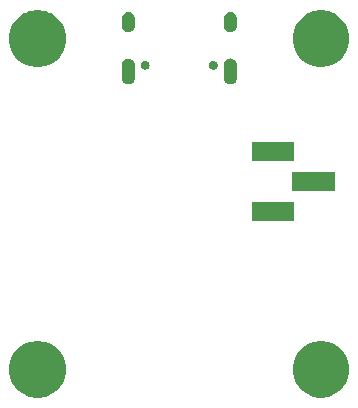
<source format=gbr>
G04 #@! TF.GenerationSoftware,KiCad,Pcbnew,(5.1.5)-3*
G04 #@! TF.CreationDate,2020-04-27T23:25:01+02:00*
G04 #@! TF.ProjectId,unified-usb-pcb_batt,756e6966-6965-4642-9d75-73622d706362,rev?*
G04 #@! TF.SameCoordinates,Original*
G04 #@! TF.FileFunction,Soldermask,Bot*
G04 #@! TF.FilePolarity,Negative*
%FSLAX46Y46*%
G04 Gerber Fmt 4.6, Leading zero omitted, Abs format (unit mm)*
G04 Created by KiCad (PCBNEW (5.1.5)-3) date 2020-04-27 23:25:01*
%MOMM*%
%LPD*%
G04 APERTURE LIST*
%ADD10C,0.100000*%
G04 APERTURE END LIST*
D10*
G36*
X19227812Y-47933134D02*
G01*
X19459746Y-47979269D01*
X19896700Y-48160262D01*
X20289948Y-48423022D01*
X20624378Y-48757452D01*
X20887138Y-49150700D01*
X21068131Y-49587654D01*
X21160400Y-50051522D01*
X21160400Y-50524478D01*
X21068131Y-50988346D01*
X20887138Y-51425300D01*
X20624378Y-51818548D01*
X20289948Y-52152978D01*
X19896700Y-52415738D01*
X19459746Y-52596731D01*
X19227812Y-52642866D01*
X18995879Y-52689000D01*
X18522921Y-52689000D01*
X18290988Y-52642865D01*
X18059054Y-52596731D01*
X17622100Y-52415738D01*
X17228852Y-52152978D01*
X16894422Y-51818548D01*
X16631662Y-51425300D01*
X16450669Y-50988346D01*
X16358400Y-50524478D01*
X16358400Y-50051522D01*
X16450669Y-49587654D01*
X16631662Y-49150700D01*
X16894422Y-48757452D01*
X17228852Y-48423022D01*
X17622100Y-48160262D01*
X18059054Y-47979269D01*
X18290988Y-47933134D01*
X18522921Y-47887000D01*
X18995879Y-47887000D01*
X19227812Y-47933134D01*
G37*
G36*
X43227812Y-47933134D02*
G01*
X43459746Y-47979269D01*
X43896700Y-48160262D01*
X44289948Y-48423022D01*
X44624378Y-48757452D01*
X44887138Y-49150700D01*
X45068131Y-49587654D01*
X45160400Y-50051522D01*
X45160400Y-50524478D01*
X45068131Y-50988346D01*
X44887138Y-51425300D01*
X44624378Y-51818548D01*
X44289948Y-52152978D01*
X43896700Y-52415738D01*
X43459746Y-52596731D01*
X43227812Y-52642866D01*
X42995879Y-52689000D01*
X42522921Y-52689000D01*
X42290988Y-52642865D01*
X42059054Y-52596731D01*
X41622100Y-52415738D01*
X41228852Y-52152978D01*
X40894422Y-51818548D01*
X40631662Y-51425300D01*
X40450669Y-50988346D01*
X40358400Y-50524478D01*
X40358400Y-50051522D01*
X40450669Y-49587654D01*
X40631662Y-49150700D01*
X40894422Y-48757452D01*
X41228852Y-48423022D01*
X41622100Y-48160262D01*
X42059054Y-47979269D01*
X42290988Y-47933134D01*
X42522921Y-47887000D01*
X42995879Y-47887000D01*
X43227812Y-47933134D01*
G37*
G36*
X40512400Y-37758000D02*
G01*
X36910400Y-37758000D01*
X36910400Y-36156000D01*
X40512400Y-36156000D01*
X40512400Y-37758000D01*
G37*
G36*
X43912400Y-35218000D02*
G01*
X40310400Y-35218000D01*
X40310400Y-33616000D01*
X43912400Y-33616000D01*
X43912400Y-35218000D01*
G37*
G36*
X40512400Y-32678000D02*
G01*
X36910400Y-32678000D01*
X36910400Y-31076000D01*
X40512400Y-31076000D01*
X40512400Y-32678000D01*
G37*
G36*
X26547415Y-23974973D02*
G01*
X26651279Y-24006479D01*
X26678455Y-24021005D01*
X26747000Y-24057643D01*
X26830901Y-24126499D01*
X26899757Y-24210400D01*
X26918754Y-24245942D01*
X26950921Y-24306121D01*
X26982427Y-24409985D01*
X26990400Y-24490933D01*
X26990400Y-25645067D01*
X26982427Y-25726015D01*
X26950921Y-25829879D01*
X26899756Y-25925600D01*
X26830901Y-26009501D01*
X26762045Y-26066009D01*
X26746999Y-26078357D01*
X26695307Y-26105987D01*
X26651278Y-26129521D01*
X26547414Y-26161027D01*
X26439400Y-26171666D01*
X26331385Y-26161027D01*
X26227521Y-26129521D01*
X26183493Y-26105987D01*
X26131801Y-26078357D01*
X26119043Y-26067887D01*
X26047899Y-26009501D01*
X25979044Y-25925600D01*
X25927879Y-25829878D01*
X25896373Y-25726014D01*
X25888400Y-25645066D01*
X25888401Y-24490933D01*
X25896374Y-24409985D01*
X25927880Y-24306121D01*
X25960047Y-24245942D01*
X25979044Y-24210400D01*
X26047900Y-24126499D01*
X26131801Y-24057643D01*
X26200346Y-24021005D01*
X26227522Y-24006479D01*
X26331386Y-23974973D01*
X26439400Y-23964334D01*
X26547415Y-23974973D01*
G37*
G36*
X35187415Y-23974973D02*
G01*
X35291279Y-24006479D01*
X35318455Y-24021005D01*
X35387000Y-24057643D01*
X35470901Y-24126499D01*
X35539757Y-24210400D01*
X35558754Y-24245942D01*
X35590921Y-24306121D01*
X35622427Y-24409985D01*
X35630400Y-24490933D01*
X35630400Y-25645067D01*
X35622427Y-25726015D01*
X35590921Y-25829879D01*
X35539756Y-25925600D01*
X35470901Y-26009501D01*
X35402045Y-26066009D01*
X35386999Y-26078357D01*
X35335307Y-26105987D01*
X35291278Y-26129521D01*
X35187414Y-26161027D01*
X35079400Y-26171666D01*
X34971385Y-26161027D01*
X34867521Y-26129521D01*
X34823493Y-26105987D01*
X34771801Y-26078357D01*
X34759043Y-26067887D01*
X34687899Y-26009501D01*
X34619044Y-25925600D01*
X34567879Y-25829878D01*
X34536373Y-25726014D01*
X34528400Y-25645066D01*
X34528401Y-24490933D01*
X34536374Y-24409985D01*
X34567880Y-24306121D01*
X34600047Y-24245942D01*
X34619044Y-24210400D01*
X34687900Y-24126499D01*
X34771801Y-24057643D01*
X34840346Y-24021005D01*
X34867522Y-24006479D01*
X34971386Y-23974973D01*
X35079400Y-23964334D01*
X35187415Y-23974973D01*
G37*
G36*
X27979072Y-24176449D02*
G01*
X27979074Y-24176450D01*
X27979075Y-24176450D01*
X28047503Y-24204793D01*
X28109086Y-24245942D01*
X28161458Y-24298314D01*
X28202607Y-24359897D01*
X28230950Y-24428325D01*
X28245400Y-24500967D01*
X28245400Y-24575033D01*
X28230950Y-24647675D01*
X28202607Y-24716103D01*
X28161458Y-24777686D01*
X28109086Y-24830058D01*
X28047503Y-24871207D01*
X27979075Y-24899550D01*
X27979074Y-24899550D01*
X27979072Y-24899551D01*
X27906434Y-24914000D01*
X27832366Y-24914000D01*
X27759728Y-24899551D01*
X27759726Y-24899550D01*
X27759725Y-24899550D01*
X27691297Y-24871207D01*
X27629714Y-24830058D01*
X27577342Y-24777686D01*
X27536193Y-24716103D01*
X27507850Y-24647675D01*
X27493400Y-24575033D01*
X27493400Y-24500967D01*
X27507850Y-24428325D01*
X27536193Y-24359897D01*
X27577342Y-24298314D01*
X27629714Y-24245942D01*
X27691297Y-24204793D01*
X27759725Y-24176450D01*
X27759726Y-24176450D01*
X27759728Y-24176449D01*
X27832366Y-24162000D01*
X27906434Y-24162000D01*
X27979072Y-24176449D01*
G37*
G36*
X33759072Y-24176449D02*
G01*
X33759074Y-24176450D01*
X33759075Y-24176450D01*
X33827503Y-24204793D01*
X33889086Y-24245942D01*
X33941458Y-24298314D01*
X33982607Y-24359897D01*
X34010950Y-24428325D01*
X34025400Y-24500967D01*
X34025400Y-24575033D01*
X34010950Y-24647675D01*
X33982607Y-24716103D01*
X33941458Y-24777686D01*
X33889086Y-24830058D01*
X33827503Y-24871207D01*
X33759075Y-24899550D01*
X33759074Y-24899550D01*
X33759072Y-24899551D01*
X33686434Y-24914000D01*
X33612366Y-24914000D01*
X33539728Y-24899551D01*
X33539726Y-24899550D01*
X33539725Y-24899550D01*
X33471297Y-24871207D01*
X33409714Y-24830058D01*
X33357342Y-24777686D01*
X33316193Y-24716103D01*
X33287850Y-24647675D01*
X33273400Y-24575033D01*
X33273400Y-24500967D01*
X33287850Y-24428325D01*
X33316193Y-24359897D01*
X33357342Y-24298314D01*
X33409714Y-24245942D01*
X33471297Y-24204793D01*
X33539725Y-24176450D01*
X33539726Y-24176450D01*
X33539728Y-24176449D01*
X33612366Y-24162000D01*
X33686434Y-24162000D01*
X33759072Y-24176449D01*
G37*
G36*
X43227812Y-19933135D02*
G01*
X43459746Y-19979269D01*
X43768720Y-20107251D01*
X43817954Y-20127644D01*
X43896700Y-20160262D01*
X44289948Y-20423022D01*
X44624378Y-20757452D01*
X44887138Y-21150700D01*
X45068131Y-21587654D01*
X45160400Y-22051522D01*
X45160400Y-22524478D01*
X45068131Y-22988346D01*
X44887138Y-23425300D01*
X44624378Y-23818548D01*
X44289948Y-24152978D01*
X43896700Y-24415738D01*
X43896699Y-24415739D01*
X43896698Y-24415739D01*
X43866305Y-24428328D01*
X43459746Y-24596731D01*
X43227812Y-24642866D01*
X42995879Y-24689000D01*
X42522921Y-24689000D01*
X42290988Y-24642866D01*
X42059054Y-24596731D01*
X41652495Y-24428328D01*
X41622102Y-24415739D01*
X41622101Y-24415739D01*
X41622100Y-24415738D01*
X41228852Y-24152978D01*
X40894422Y-23818548D01*
X40631662Y-23425300D01*
X40450669Y-22988346D01*
X40358400Y-22524478D01*
X40358400Y-22051522D01*
X40450669Y-21587654D01*
X40631662Y-21150700D01*
X40894422Y-20757452D01*
X41228852Y-20423022D01*
X41622100Y-20160262D01*
X41700847Y-20127644D01*
X41750080Y-20107251D01*
X42059054Y-19979269D01*
X42290988Y-19933135D01*
X42522921Y-19887000D01*
X42995879Y-19887000D01*
X43227812Y-19933135D01*
G37*
G36*
X19227812Y-19933135D02*
G01*
X19459746Y-19979269D01*
X19768720Y-20107251D01*
X19817954Y-20127644D01*
X19896700Y-20160262D01*
X20289948Y-20423022D01*
X20624378Y-20757452D01*
X20887138Y-21150700D01*
X21068131Y-21587654D01*
X21160400Y-22051522D01*
X21160400Y-22524478D01*
X21068131Y-22988346D01*
X20887138Y-23425300D01*
X20624378Y-23818548D01*
X20289948Y-24152978D01*
X19896700Y-24415738D01*
X19896699Y-24415739D01*
X19896698Y-24415739D01*
X19866305Y-24428328D01*
X19459746Y-24596731D01*
X19227812Y-24642866D01*
X18995879Y-24689000D01*
X18522921Y-24689000D01*
X18290988Y-24642866D01*
X18059054Y-24596731D01*
X17652495Y-24428328D01*
X17622102Y-24415739D01*
X17622101Y-24415739D01*
X17622100Y-24415738D01*
X17228852Y-24152978D01*
X16894422Y-23818548D01*
X16631662Y-23425300D01*
X16450669Y-22988346D01*
X16358400Y-22524478D01*
X16358400Y-22051522D01*
X16450669Y-21587654D01*
X16631662Y-21150700D01*
X16894422Y-20757452D01*
X17228852Y-20423022D01*
X17622100Y-20160262D01*
X17700847Y-20127644D01*
X17750080Y-20107251D01*
X18059054Y-19979269D01*
X18290988Y-19933135D01*
X18522921Y-19887000D01*
X18995879Y-19887000D01*
X19227812Y-19933135D01*
G37*
G36*
X26547415Y-20044973D02*
G01*
X26651279Y-20076479D01*
X26678455Y-20091005D01*
X26747000Y-20127643D01*
X26830901Y-20196499D01*
X26899757Y-20280400D01*
X26936395Y-20348945D01*
X26950921Y-20376121D01*
X26982427Y-20479985D01*
X26990400Y-20560933D01*
X26990400Y-21215067D01*
X26982427Y-21296015D01*
X26950921Y-21399879D01*
X26899756Y-21495600D01*
X26830901Y-21579501D01*
X26762045Y-21636009D01*
X26746999Y-21648357D01*
X26695307Y-21675987D01*
X26651278Y-21699521D01*
X26547414Y-21731027D01*
X26439400Y-21741666D01*
X26331385Y-21731027D01*
X26227521Y-21699521D01*
X26183493Y-21675987D01*
X26131801Y-21648357D01*
X26119043Y-21637887D01*
X26047899Y-21579501D01*
X25979044Y-21495600D01*
X25927879Y-21399878D01*
X25896373Y-21296014D01*
X25888400Y-21215066D01*
X25888400Y-20560933D01*
X25896373Y-20479985D01*
X25927880Y-20376121D01*
X25927882Y-20376118D01*
X25979045Y-20280399D01*
X26047900Y-20196499D01*
X26131801Y-20127643D01*
X26200346Y-20091005D01*
X26227522Y-20076479D01*
X26331386Y-20044973D01*
X26439400Y-20034334D01*
X26547415Y-20044973D01*
G37*
G36*
X35187415Y-20044973D02*
G01*
X35291279Y-20076479D01*
X35318455Y-20091005D01*
X35387000Y-20127643D01*
X35470901Y-20196499D01*
X35539757Y-20280400D01*
X35576395Y-20348945D01*
X35590921Y-20376121D01*
X35622427Y-20479985D01*
X35630400Y-20560933D01*
X35630400Y-21215067D01*
X35622427Y-21296015D01*
X35590921Y-21399879D01*
X35539756Y-21495600D01*
X35470901Y-21579501D01*
X35402045Y-21636009D01*
X35386999Y-21648357D01*
X35335307Y-21675987D01*
X35291278Y-21699521D01*
X35187414Y-21731027D01*
X35079400Y-21741666D01*
X34971385Y-21731027D01*
X34867521Y-21699521D01*
X34823493Y-21675987D01*
X34771801Y-21648357D01*
X34759043Y-21637887D01*
X34687899Y-21579501D01*
X34619044Y-21495600D01*
X34567879Y-21399878D01*
X34536373Y-21296014D01*
X34528400Y-21215066D01*
X34528400Y-20560933D01*
X34536373Y-20479985D01*
X34567880Y-20376121D01*
X34567882Y-20376118D01*
X34619045Y-20280399D01*
X34687900Y-20196499D01*
X34771801Y-20127643D01*
X34840346Y-20091005D01*
X34867522Y-20076479D01*
X34971386Y-20044973D01*
X35079400Y-20034334D01*
X35187415Y-20044973D01*
G37*
M02*

</source>
